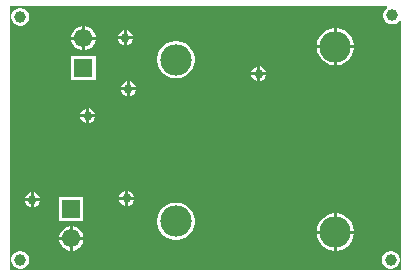
<source format=gbl>
G04*
G04 #@! TF.GenerationSoftware,Altium Limited,Altium Designer,22.5.1 (42)*
G04*
G04 Layer_Physical_Order=2*
G04 Layer_Color=16711680*
%FSLAX25Y25*%
%MOIN*%
G70*
G04*
G04 #@! TF.SameCoordinates,11F32A4F-6B9E-4148-B8DF-231AA1DA3EC5*
G04*
G04*
G04 #@! TF.FilePolarity,Positive*
G04*
G01*
G75*
%ADD23R,0.06102X0.06102*%
%ADD24C,0.06102*%
%ADD30C,0.10453*%
%ADD31C,0.03937*%
%ADD32C,0.03000*%
G36*
X126393Y88000D02*
X126177Y87875D01*
X125625Y87323D01*
X125234Y86646D01*
X125031Y85891D01*
Y85109D01*
X125234Y84354D01*
X125625Y83677D01*
X126177Y83125D01*
X126854Y82734D01*
X127609Y82531D01*
X128391D01*
X129146Y82734D01*
X129823Y83125D01*
X130375Y83677D01*
X130500Y83893D01*
X131000Y83759D01*
Y500D01*
X500D01*
Y88500D01*
X126259D01*
X126393Y88000D01*
D02*
G37*
%LPC*%
G36*
X4391Y87968D02*
X3609D01*
X2854Y87766D01*
X2177Y87375D01*
X1625Y86823D01*
X1234Y86146D01*
X1032Y85391D01*
Y84609D01*
X1234Y83854D01*
X1625Y83177D01*
X2177Y82625D01*
X2854Y82234D01*
X3609Y82032D01*
X4391D01*
X5146Y82234D01*
X5823Y82625D01*
X6375Y83177D01*
X6766Y83854D01*
X6968Y84609D01*
Y85391D01*
X6766Y86146D01*
X6375Y86823D01*
X5823Y87375D01*
X5146Y87766D01*
X4391Y87968D01*
D02*
G37*
G36*
X39500Y80499D02*
Y78500D01*
X41499D01*
X41119Y79416D01*
X40416Y80119D01*
X39500Y80499D01*
D02*
G37*
G36*
X38500D02*
X37584Y80119D01*
X36881Y79416D01*
X36501Y78500D01*
X38500D01*
Y80499D01*
D02*
G37*
G36*
X25600Y81972D02*
X25567D01*
Y78421D01*
X29118D01*
Y78455D01*
X28842Y79485D01*
X28309Y80409D01*
X27554Y81163D01*
X26631Y81696D01*
X25600Y81972D01*
D02*
G37*
G36*
X24567D02*
X24534D01*
X23503Y81696D01*
X22579Y81163D01*
X21825Y80409D01*
X21292Y79485D01*
X21016Y78455D01*
Y78421D01*
X24567D01*
Y81972D01*
D02*
G37*
G36*
X109660Y81329D02*
X109547D01*
Y75602D01*
X115274D01*
Y75716D01*
X115034Y76919D01*
X114565Y78052D01*
X113884Y79071D01*
X113016Y79939D01*
X111996Y80620D01*
X110863Y81090D01*
X109660Y81329D01*
D02*
G37*
G36*
X108547D02*
X108434D01*
X107231Y81090D01*
X106098Y80620D01*
X105078Y79939D01*
X104211Y79071D01*
X103530Y78052D01*
X103060Y76919D01*
X102821Y75716D01*
Y75602D01*
X108547D01*
Y81329D01*
D02*
G37*
G36*
X41499Y77500D02*
X39500D01*
Y75501D01*
X40416Y75881D01*
X41119Y76584D01*
X41499Y77500D01*
D02*
G37*
G36*
X38500D02*
X36501D01*
X36881Y76584D01*
X37584Y75881D01*
X38500Y75501D01*
Y77500D01*
D02*
G37*
G36*
X29118Y77421D02*
X25567D01*
Y73870D01*
X25600D01*
X26631Y74146D01*
X27554Y74679D01*
X28309Y75434D01*
X28842Y76358D01*
X29118Y77388D01*
Y77421D01*
D02*
G37*
G36*
X24567D02*
X21016D01*
Y77388D01*
X21292Y76358D01*
X21825Y75434D01*
X22579Y74679D01*
X23503Y74146D01*
X24534Y73870D01*
X24567D01*
Y77421D01*
D02*
G37*
G36*
X115274Y74602D02*
X109547D01*
Y68876D01*
X109660D01*
X110863Y69115D01*
X111996Y69585D01*
X113016Y70266D01*
X113884Y71133D01*
X114565Y72153D01*
X115034Y73286D01*
X115274Y74489D01*
Y74602D01*
D02*
G37*
G36*
X108547D02*
X102821D01*
Y74489D01*
X103060Y73286D01*
X103530Y72153D01*
X104211Y71133D01*
X105078Y70266D01*
X106098Y69585D01*
X107231Y69115D01*
X108434Y68876D01*
X108547D01*
Y74602D01*
D02*
G37*
G36*
X84000Y68499D02*
Y66500D01*
X85999D01*
X85619Y67416D01*
X84916Y68119D01*
X84000Y68499D01*
D02*
G37*
G36*
X83000D02*
X82084Y68119D01*
X81381Y67416D01*
X81001Y66500D01*
X83000D01*
Y68499D01*
D02*
G37*
G36*
X56511Y76998D02*
X55284D01*
X54081Y76759D01*
X52948Y76289D01*
X51929Y75608D01*
X51061Y74741D01*
X50380Y73721D01*
X49911Y72588D01*
X49671Y71385D01*
Y70158D01*
X49911Y68955D01*
X50380Y67822D01*
X51061Y66803D01*
X51929Y65935D01*
X52948Y65254D01*
X54081Y64784D01*
X55284Y64545D01*
X56511D01*
X57714Y64784D01*
X58847Y65254D01*
X59867Y65935D01*
X60734Y66803D01*
X61415Y67822D01*
X61885Y68955D01*
X62124Y70158D01*
Y71385D01*
X61885Y72588D01*
X61415Y73721D01*
X60734Y74741D01*
X59867Y75608D01*
X58847Y76289D01*
X57714Y76759D01*
X56511Y76998D01*
D02*
G37*
G36*
X29118Y72130D02*
X21016D01*
Y64028D01*
X29118D01*
Y72130D01*
D02*
G37*
G36*
X85999Y65500D02*
X84000D01*
Y63501D01*
X84916Y63881D01*
X85619Y64584D01*
X85999Y65500D01*
D02*
G37*
G36*
X83000D02*
X81001D01*
X81381Y64584D01*
X82084Y63881D01*
X83000Y63501D01*
Y65500D01*
D02*
G37*
G36*
X40500Y63499D02*
Y61500D01*
X42499D01*
X42119Y62416D01*
X41416Y63119D01*
X40500Y63499D01*
D02*
G37*
G36*
X39500D02*
X38584Y63119D01*
X37881Y62416D01*
X37501Y61500D01*
X39500D01*
Y63499D01*
D02*
G37*
G36*
X42499Y60500D02*
X40500D01*
Y58501D01*
X41416Y58881D01*
X42119Y59584D01*
X42499Y60500D01*
D02*
G37*
G36*
X39500D02*
X37501D01*
X37881Y59584D01*
X38584Y58881D01*
X39500Y58501D01*
Y60500D01*
D02*
G37*
G36*
X27000Y54499D02*
Y52500D01*
X28999D01*
X28619Y53416D01*
X27916Y54119D01*
X27000Y54499D01*
D02*
G37*
G36*
X26000D02*
X25084Y54119D01*
X24381Y53416D01*
X24001Y52500D01*
X26000D01*
Y54499D01*
D02*
G37*
G36*
X28999Y51500D02*
X27000D01*
Y49501D01*
X27916Y49881D01*
X28619Y50584D01*
X28999Y51500D01*
D02*
G37*
G36*
X26000D02*
X24001D01*
X24381Y50584D01*
X25084Y49881D01*
X26000Y49501D01*
Y51500D01*
D02*
G37*
G36*
X40000Y26999D02*
Y25000D01*
X41999D01*
X41619Y25916D01*
X40916Y26619D01*
X40000Y26999D01*
D02*
G37*
G36*
X39000D02*
X38084Y26619D01*
X37381Y25916D01*
X37001Y25000D01*
X39000D01*
Y26999D01*
D02*
G37*
G36*
X8500Y26499D02*
Y24500D01*
X10499D01*
X10119Y25416D01*
X9416Y26119D01*
X8500Y26499D01*
D02*
G37*
G36*
X7500D02*
X6584Y26119D01*
X5881Y25416D01*
X5501Y24500D01*
X7500D01*
Y26499D01*
D02*
G37*
G36*
X41999Y24000D02*
X40000D01*
Y22001D01*
X40916Y22381D01*
X41619Y23084D01*
X41999Y24000D01*
D02*
G37*
G36*
X39000D02*
X37001D01*
X37381Y23084D01*
X38084Y22381D01*
X39000Y22001D01*
Y24000D01*
D02*
G37*
G36*
X10499Y23500D02*
X8500D01*
Y21501D01*
X9416Y21881D01*
X10119Y22584D01*
X10499Y23500D01*
D02*
G37*
G36*
X7500D02*
X5501D01*
X5881Y22584D01*
X6584Y21881D01*
X7500Y21501D01*
Y23500D01*
D02*
G37*
G36*
X25051Y25051D02*
X16949D01*
Y16949D01*
X25051D01*
Y25051D01*
D02*
G37*
G36*
X109660Y19518D02*
X109547D01*
Y13791D01*
X115274D01*
Y13905D01*
X115034Y15108D01*
X114565Y16241D01*
X113884Y17260D01*
X113016Y18128D01*
X111996Y18809D01*
X110863Y19278D01*
X109660Y19518D01*
D02*
G37*
G36*
X108547D02*
X108434D01*
X107231Y19278D01*
X106098Y18809D01*
X105078Y18128D01*
X104211Y17260D01*
X103530Y16241D01*
X103060Y15108D01*
X102821Y13905D01*
Y13791D01*
X108547D01*
Y19518D01*
D02*
G37*
G36*
X21533Y15209D02*
X21500D01*
Y11658D01*
X25051D01*
Y11691D01*
X24775Y12721D01*
X24242Y13645D01*
X23487Y14399D01*
X22564Y14933D01*
X21533Y15209D01*
D02*
G37*
G36*
X20500D02*
X20467D01*
X19436Y14933D01*
X18512Y14399D01*
X17758Y13645D01*
X17225Y12721D01*
X16949Y11691D01*
Y11658D01*
X20500D01*
Y15209D01*
D02*
G37*
G36*
X56511Y23061D02*
X55284D01*
X54081Y22822D01*
X52948Y22352D01*
X51929Y21671D01*
X51061Y20804D01*
X50380Y19784D01*
X49911Y18651D01*
X49671Y17448D01*
Y16221D01*
X49911Y15019D01*
X50380Y13885D01*
X51061Y12866D01*
X51929Y11998D01*
X52948Y11317D01*
X54081Y10847D01*
X55284Y10608D01*
X56511D01*
X57714Y10847D01*
X58847Y11317D01*
X59867Y11998D01*
X60734Y12866D01*
X61415Y13885D01*
X61885Y15019D01*
X62124Y16221D01*
Y17448D01*
X61885Y18651D01*
X61415Y19784D01*
X60734Y20804D01*
X59867Y21671D01*
X58847Y22352D01*
X57714Y22822D01*
X56511Y23061D01*
D02*
G37*
G36*
X25051Y10657D02*
X21500D01*
Y7106D01*
X21533D01*
X22564Y7382D01*
X23487Y7916D01*
X24242Y8670D01*
X24775Y9594D01*
X25051Y10624D01*
Y10657D01*
D02*
G37*
G36*
X20500D02*
X16949D01*
Y10624D01*
X17225Y9594D01*
X17758Y8670D01*
X18512Y7916D01*
X19436Y7382D01*
X20467Y7106D01*
X20500D01*
Y10657D01*
D02*
G37*
G36*
X115274Y12791D02*
X109547D01*
Y7065D01*
X109660D01*
X110863Y7304D01*
X111996Y7774D01*
X113016Y8455D01*
X113884Y9322D01*
X114565Y10342D01*
X115034Y11475D01*
X115274Y12678D01*
Y12791D01*
D02*
G37*
G36*
X108547D02*
X102821D01*
Y12678D01*
X103060Y11475D01*
X103530Y10342D01*
X104211Y9322D01*
X105078Y8455D01*
X106098Y7774D01*
X107231Y7304D01*
X108434Y7065D01*
X108547D01*
Y12791D01*
D02*
G37*
G36*
X127891Y6968D02*
X127109D01*
X126354Y6766D01*
X125677Y6375D01*
X125125Y5823D01*
X124734Y5146D01*
X124531Y4391D01*
Y3609D01*
X124734Y2854D01*
X125125Y2177D01*
X125677Y1625D01*
X126354Y1234D01*
X127109Y1032D01*
X127891D01*
X128646Y1234D01*
X129323Y1625D01*
X129875Y2177D01*
X130266Y2854D01*
X130468Y3609D01*
Y4391D01*
X130266Y5146D01*
X129875Y5823D01*
X129323Y6375D01*
X128646Y6766D01*
X127891Y6968D01*
D02*
G37*
G36*
X4391D02*
X3609D01*
X2854Y6766D01*
X2177Y6375D01*
X1625Y5823D01*
X1234Y5146D01*
X1032Y4391D01*
Y3609D01*
X1234Y2854D01*
X1625Y2177D01*
X2177Y1625D01*
X2854Y1234D01*
X3609Y1032D01*
X4391D01*
X5146Y1234D01*
X5823Y1625D01*
X6375Y2177D01*
X6766Y2854D01*
X6968Y3609D01*
Y4391D01*
X6766Y5146D01*
X6375Y5823D01*
X5823Y6375D01*
X5146Y6766D01*
X4391Y6968D01*
D02*
G37*
%LPD*%
D23*
X21000Y21000D02*
D03*
X25067Y68079D02*
D03*
D24*
X21000Y11157D02*
D03*
X25067Y77921D02*
D03*
D30*
X109047Y13291D02*
D03*
Y75102D02*
D03*
X55898Y16835D02*
D03*
Y70772D02*
D03*
D31*
X4000Y4000D02*
D03*
X127500D02*
D03*
X4000Y85000D02*
D03*
X128000Y85500D02*
D03*
D32*
X39500Y24500D02*
D03*
X40000Y61000D02*
D03*
X83500Y66000D02*
D03*
X26500Y52000D02*
D03*
X8000Y24000D02*
D03*
X39000Y78000D02*
D03*
M02*

</source>
